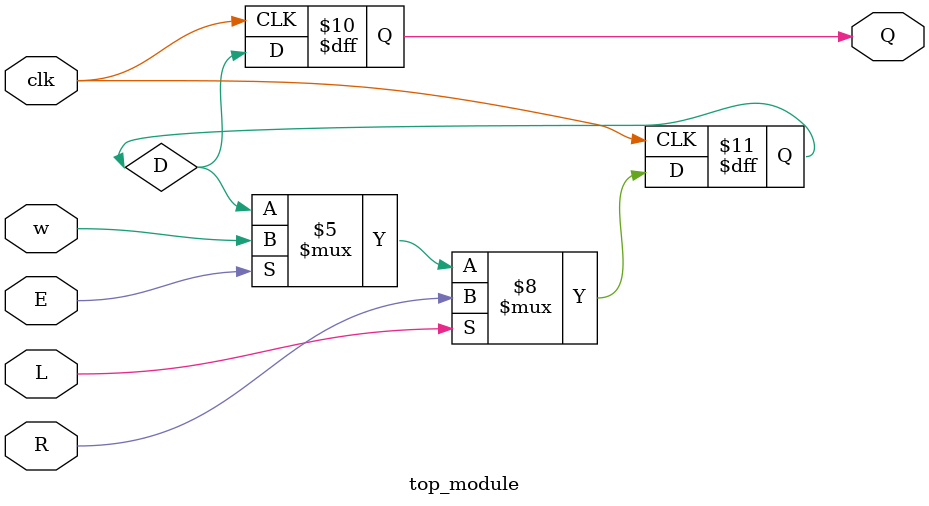
<source format=sv>
module top_module (
	input clk,
	input w,
	input R,
	input E,
	input L,
	output reg Q
);

reg D;

always @(posedge clk) begin
	if (L)
		D <= R;
	else if (E)
		D <= w;
end

always @(posedge clk) begin
	if (L)
		Q <= D;
	else
		Q <= D;
end

endmodule

</source>
